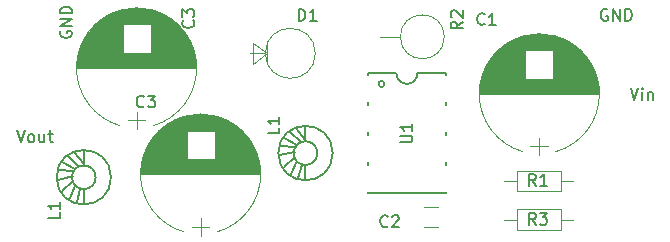
<source format=gbr>
%TF.GenerationSoftware,KiCad,Pcbnew,(6.0.8)*%
%TF.CreationDate,2022-11-19T23:45:32+04:00*%
%TF.ProjectId,MC34063_Buck_Rev3,4d433334-3036-4335-9f42-75636b5f5265,rev?*%
%TF.SameCoordinates,Original*%
%TF.FileFunction,Legend,Top*%
%TF.FilePolarity,Positive*%
%FSLAX46Y46*%
G04 Gerber Fmt 4.6, Leading zero omitted, Abs format (unit mm)*
G04 Created by KiCad (PCBNEW (6.0.8)) date 2022-11-19 23:45:32*
%MOMM*%
%LPD*%
G01*
G04 APERTURE LIST*
%ADD10C,0.150000*%
%ADD11C,0.120000*%
G04 APERTURE END LIST*
D10*
%TO.C,C1*%
X160429913Y-49343582D02*
X160382294Y-49391201D01*
X160239437Y-49438820D01*
X160144199Y-49438820D01*
X160001341Y-49391201D01*
X159906103Y-49295963D01*
X159858484Y-49200725D01*
X159810865Y-49010249D01*
X159810865Y-48867392D01*
X159858484Y-48676916D01*
X159906103Y-48581678D01*
X160001341Y-48486440D01*
X160144199Y-48438820D01*
X160239437Y-48438820D01*
X160382294Y-48486440D01*
X160429913Y-48534059D01*
X161382294Y-49438820D02*
X160810865Y-49438820D01*
X161096580Y-49438820D02*
X161096580Y-48438820D01*
X161001341Y-48581678D01*
X160906103Y-48676916D01*
X160810865Y-48724535D01*
%TO.C,C2*%
X152228253Y-66470802D02*
X152180634Y-66518421D01*
X152037777Y-66566040D01*
X151942539Y-66566040D01*
X151799681Y-66518421D01*
X151704443Y-66423183D01*
X151656824Y-66327945D01*
X151609205Y-66137469D01*
X151609205Y-65994612D01*
X151656824Y-65804136D01*
X151704443Y-65708898D01*
X151799681Y-65613660D01*
X151942539Y-65566040D01*
X152037777Y-65566040D01*
X152180634Y-65613660D01*
X152228253Y-65661279D01*
X152609205Y-65661279D02*
X152656824Y-65613660D01*
X152752062Y-65566040D01*
X152990158Y-65566040D01*
X153085396Y-65613660D01*
X153133015Y-65661279D01*
X153180634Y-65756517D01*
X153180634Y-65851755D01*
X153133015Y-65994612D01*
X152561586Y-66566040D01*
X153180634Y-66566040D01*
%TO.C,C3*%
X131593293Y-56326042D02*
X131545674Y-56373661D01*
X131402817Y-56421280D01*
X131307579Y-56421280D01*
X131164721Y-56373661D01*
X131069483Y-56278423D01*
X131021864Y-56183185D01*
X130974245Y-55992709D01*
X130974245Y-55849852D01*
X131021864Y-55659376D01*
X131069483Y-55564138D01*
X131164721Y-55468900D01*
X131307579Y-55421280D01*
X131402817Y-55421280D01*
X131545674Y-55468900D01*
X131593293Y-55516519D01*
X131926626Y-55421280D02*
X132545674Y-55421280D01*
X132212340Y-55802233D01*
X132355198Y-55802233D01*
X132450436Y-55849852D01*
X132498055Y-55897471D01*
X132545674Y-55992709D01*
X132545674Y-56230804D01*
X132498055Y-56326042D01*
X132450436Y-56373661D01*
X132355198Y-56421280D01*
X132069483Y-56421280D01*
X131974245Y-56373661D01*
X131926626Y-56326042D01*
%TO.C,R1*%
X164750453Y-63058300D02*
X164417120Y-62582110D01*
X164179024Y-63058300D02*
X164179024Y-62058300D01*
X164559977Y-62058300D01*
X164655215Y-62105920D01*
X164702834Y-62153539D01*
X164750453Y-62248777D01*
X164750453Y-62391634D01*
X164702834Y-62486872D01*
X164655215Y-62534491D01*
X164559977Y-62582110D01*
X164179024Y-62582110D01*
X165702834Y-63058300D02*
X165131405Y-63058300D01*
X165417120Y-63058300D02*
X165417120Y-62058300D01*
X165321881Y-62201158D01*
X165226643Y-62296396D01*
X165131405Y-62344015D01*
%TO.C,R3*%
X164750453Y-66352680D02*
X164417120Y-65876490D01*
X164179024Y-66352680D02*
X164179024Y-65352680D01*
X164559977Y-65352680D01*
X164655215Y-65400300D01*
X164702834Y-65447919D01*
X164750453Y-65543157D01*
X164750453Y-65686014D01*
X164702834Y-65781252D01*
X164655215Y-65828871D01*
X164559977Y-65876490D01*
X164179024Y-65876490D01*
X165083786Y-65352680D02*
X165702834Y-65352680D01*
X165369500Y-65733633D01*
X165512358Y-65733633D01*
X165607596Y-65781252D01*
X165655215Y-65828871D01*
X165702834Y-65924109D01*
X165702834Y-66162204D01*
X165655215Y-66257442D01*
X165607596Y-66305061D01*
X165512358Y-66352680D01*
X165226643Y-66352680D01*
X165131405Y-66305061D01*
X165083786Y-66257442D01*
%TO.C,U1*%
X153300180Y-59385104D02*
X154109704Y-59385104D01*
X154204942Y-59337485D01*
X154252561Y-59289866D01*
X154300180Y-59194628D01*
X154300180Y-59004152D01*
X154252561Y-58908914D01*
X154204942Y-58861295D01*
X154109704Y-58813676D01*
X153300180Y-58813676D01*
X154300180Y-57813676D02*
X154300180Y-58385104D01*
X154300180Y-58099390D02*
X153300180Y-58099390D01*
X153443038Y-58194628D01*
X153538276Y-58289866D01*
X153585895Y-58385104D01*
%TO.C,L1*%
X143058140Y-58126926D02*
X143058140Y-58603117D01*
X142058140Y-58603117D01*
X143058140Y-57269783D02*
X143058140Y-57841212D01*
X143058140Y-57555498D02*
X142058140Y-57555498D01*
X142200998Y-57650736D01*
X142296236Y-57745974D01*
X142343855Y-57841212D01*
%TO.C,D1*%
X144687064Y-49093380D02*
X144687064Y-48093380D01*
X144925160Y-48093380D01*
X145068017Y-48141000D01*
X145163255Y-48236238D01*
X145210874Y-48331476D01*
X145258493Y-48521952D01*
X145258493Y-48664809D01*
X145210874Y-48855285D01*
X145163255Y-48950523D01*
X145068017Y-49045761D01*
X144925160Y-49093380D01*
X144687064Y-49093380D01*
X146210874Y-49093380D02*
X145639445Y-49093380D01*
X145925160Y-49093380D02*
X145925160Y-48093380D01*
X145829921Y-48236238D01*
X145734683Y-48331476D01*
X145639445Y-48379095D01*
%TO.C,R2*%
X158562300Y-49153106D02*
X158086110Y-49486440D01*
X158562300Y-49724535D02*
X157562300Y-49724535D01*
X157562300Y-49343582D01*
X157609920Y-49248344D01*
X157657539Y-49200725D01*
X157752777Y-49153106D01*
X157895634Y-49153106D01*
X157990872Y-49200725D01*
X158038491Y-49248344D01*
X158086110Y-49343582D01*
X158086110Y-49724535D01*
X157657539Y-48772154D02*
X157609920Y-48724535D01*
X157562300Y-48629297D01*
X157562300Y-48391201D01*
X157609920Y-48295963D01*
X157657539Y-48248344D01*
X157752777Y-48200725D01*
X157848015Y-48200725D01*
X157990872Y-48248344D01*
X158562300Y-48819773D01*
X158562300Y-48200725D01*
%TO.C,GND*%
X124531500Y-49974404D02*
X124483880Y-50069642D01*
X124483880Y-50212500D01*
X124531500Y-50355357D01*
X124626738Y-50450595D01*
X124721976Y-50498214D01*
X124912452Y-50545833D01*
X125055309Y-50545833D01*
X125245785Y-50498214D01*
X125341023Y-50450595D01*
X125436261Y-50355357D01*
X125483880Y-50212500D01*
X125483880Y-50117261D01*
X125436261Y-49974404D01*
X125388642Y-49926785D01*
X125055309Y-49926785D01*
X125055309Y-50117261D01*
X125483880Y-49498214D02*
X124483880Y-49498214D01*
X125483880Y-48926785D01*
X124483880Y-48926785D01*
X125483880Y-48450595D02*
X124483880Y-48450595D01*
X124483880Y-48212500D01*
X124531500Y-48069642D01*
X124626738Y-47974404D01*
X124721976Y-47926785D01*
X124912452Y-47879166D01*
X125055309Y-47879166D01*
X125245785Y-47926785D01*
X125341023Y-47974404D01*
X125436261Y-48069642D01*
X125483880Y-48212500D01*
X125483880Y-48450595D01*
%TO.C,Vout*%
X120825450Y-58360060D02*
X121158783Y-59360060D01*
X121492117Y-58360060D01*
X121968307Y-59360060D02*
X121873069Y-59312441D01*
X121825450Y-59264822D01*
X121777831Y-59169584D01*
X121777831Y-58883870D01*
X121825450Y-58788632D01*
X121873069Y-58741013D01*
X121968307Y-58693394D01*
X122111164Y-58693394D01*
X122206402Y-58741013D01*
X122254021Y-58788632D01*
X122301640Y-58883870D01*
X122301640Y-59169584D01*
X122254021Y-59264822D01*
X122206402Y-59312441D01*
X122111164Y-59360060D01*
X121968307Y-59360060D01*
X123158783Y-58693394D02*
X123158783Y-59360060D01*
X122730212Y-58693394D02*
X122730212Y-59217203D01*
X122777831Y-59312441D01*
X122873069Y-59360060D01*
X123015926Y-59360060D01*
X123111164Y-59312441D01*
X123158783Y-59264822D01*
X123492117Y-58693394D02*
X123873069Y-58693394D01*
X123634974Y-58360060D02*
X123634974Y-59217203D01*
X123682593Y-59312441D01*
X123777831Y-59360060D01*
X123873069Y-59360060D01*
%TO.C,Vin*%
X172783310Y-54773580D02*
X173116643Y-55773580D01*
X173449977Y-54773580D01*
X173783310Y-55773580D02*
X173783310Y-55106914D01*
X173783310Y-54773580D02*
X173735691Y-54821200D01*
X173783310Y-54868819D01*
X173830929Y-54821200D01*
X173783310Y-54773580D01*
X173783310Y-54868819D01*
X174259500Y-55106914D02*
X174259500Y-55773580D01*
X174259500Y-55202152D02*
X174307120Y-55154533D01*
X174402358Y-55106914D01*
X174545215Y-55106914D01*
X174640453Y-55154533D01*
X174688072Y-55249771D01*
X174688072Y-55773580D01*
%TO.C,GND*%
X170817635Y-48120680D02*
X170722397Y-48073060D01*
X170579540Y-48073060D01*
X170436682Y-48120680D01*
X170341444Y-48215918D01*
X170293825Y-48311156D01*
X170246206Y-48501632D01*
X170246206Y-48644489D01*
X170293825Y-48834965D01*
X170341444Y-48930203D01*
X170436682Y-49025441D01*
X170579540Y-49073060D01*
X170674778Y-49073060D01*
X170817635Y-49025441D01*
X170865254Y-48977822D01*
X170865254Y-48644489D01*
X170674778Y-48644489D01*
X171293825Y-49073060D02*
X171293825Y-48073060D01*
X171865254Y-49073060D01*
X171865254Y-48073060D01*
X172341444Y-49073060D02*
X172341444Y-48073060D01*
X172579540Y-48073060D01*
X172722397Y-48120680D01*
X172817635Y-48215918D01*
X172865254Y-48311156D01*
X172912873Y-48501632D01*
X172912873Y-48644489D01*
X172865254Y-48834965D01*
X172817635Y-48930203D01*
X172722397Y-49025441D01*
X172579540Y-49073060D01*
X172341444Y-49073060D01*
%TO.C,L1*%
X124467880Y-65317666D02*
X124467880Y-65793857D01*
X123467880Y-65793857D01*
X124467880Y-64460523D02*
X124467880Y-65031952D01*
X124467880Y-64746238D02*
X123467880Y-64746238D01*
X123610738Y-64841476D01*
X123705976Y-64936714D01*
X123753595Y-65031952D01*
%TO.C,C3*%
X135739142Y-49061666D02*
X135786761Y-49109285D01*
X135834380Y-49252142D01*
X135834380Y-49347380D01*
X135786761Y-49490238D01*
X135691523Y-49585476D01*
X135596285Y-49633095D01*
X135405809Y-49680714D01*
X135262952Y-49680714D01*
X135072476Y-49633095D01*
X134977238Y-49585476D01*
X134882000Y-49490238D01*
X134834380Y-49347380D01*
X134834380Y-49252142D01*
X134882000Y-49109285D01*
X134929619Y-49061666D01*
X134834380Y-48728333D02*
X134834380Y-48109285D01*
X135215333Y-48442619D01*
X135215333Y-48299761D01*
X135262952Y-48204523D01*
X135310571Y-48156904D01*
X135405809Y-48109285D01*
X135643904Y-48109285D01*
X135739142Y-48156904D01*
X135786761Y-48204523D01*
X135834380Y-48299761D01*
X135834380Y-48585476D01*
X135786761Y-48680714D01*
X135739142Y-48728333D01*
D11*
%TO.C,C1*%
X166245440Y-52111300D02*
X169015440Y-52111300D01*
X161021440Y-52231300D02*
X163883440Y-52231300D01*
X160065440Y-54551300D02*
X170063440Y-54551300D01*
X163410440Y-50471300D02*
X166718440Y-50471300D01*
X166245440Y-52071300D02*
X168983440Y-52071300D01*
X166245440Y-53231300D02*
X169688440Y-53231300D01*
X160801440Y-52551300D02*
X163883440Y-52551300D01*
X166245440Y-53191300D02*
X169670440Y-53191300D01*
X162115440Y-51151300D02*
X168013440Y-51151300D01*
X162687440Y-50791300D02*
X167441440Y-50791300D01*
X161427440Y-51751300D02*
X163883440Y-51751300D01*
X160113440Y-54271300D02*
X170015440Y-54271300D01*
X160021440Y-54992300D02*
X170107440Y-54992300D01*
X161389440Y-51791300D02*
X163883440Y-51791300D01*
X161280440Y-51911300D02*
X163883440Y-51911300D01*
X164151440Y-50271300D02*
X165977440Y-50271300D01*
X160014440Y-55232300D02*
X170114440Y-55232300D01*
X166245440Y-53711300D02*
X169870440Y-53711300D01*
X160934440Y-52351300D02*
X163883440Y-52351300D01*
X161809440Y-51391300D02*
X168319440Y-51391300D01*
X166245440Y-52511300D02*
X169301440Y-52511300D01*
X160059440Y-54592300D02*
X170069440Y-54592300D01*
X166245440Y-52631300D02*
X169376440Y-52631300D01*
X166245440Y-52911300D02*
X169534440Y-52911300D01*
X160077440Y-54471300D02*
X170051440Y-54471300D01*
X160728440Y-52671300D02*
X163883440Y-52671300D01*
X161466440Y-51711300D02*
X163883440Y-51711300D01*
X166245440Y-52391300D02*
X169221440Y-52391300D01*
X160992440Y-52271300D02*
X163883440Y-52271300D01*
X163960440Y-50311300D02*
X166168440Y-50311300D01*
X162007440Y-51231300D02*
X168121440Y-51231300D01*
X166245440Y-51751300D02*
X168701440Y-51751300D01*
X160681440Y-52751300D02*
X163883440Y-52751300D01*
X164314440Y-59722300D02*
X165814440Y-59722300D01*
X160147440Y-54111300D02*
X169981440Y-54111300D01*
X160024440Y-54952300D02*
X170104440Y-54952300D01*
X166245440Y-53031300D02*
X169595440Y-53031300D01*
X166245440Y-53631300D02*
X169843440Y-53631300D01*
X160129440Y-54191300D02*
X169999440Y-54191300D01*
X163528440Y-50431300D02*
X166600440Y-50431300D01*
X160044440Y-54712300D02*
X170084440Y-54712300D01*
X160752440Y-52631300D02*
X163883440Y-52631300D01*
X160704440Y-52711300D02*
X163883440Y-52711300D01*
X160594440Y-52911300D02*
X163883440Y-52911300D01*
X166245440Y-51831300D02*
X168776440Y-51831300D01*
X162924440Y-50671300D02*
X167204440Y-50671300D01*
X161316440Y-51871300D02*
X163883440Y-51871300D01*
X162412440Y-50951300D02*
X167716440Y-50951300D01*
X160573440Y-52951300D02*
X163883440Y-52951300D01*
X161629440Y-51551300D02*
X168499440Y-51551300D01*
X160157440Y-54071300D02*
X169971440Y-54071300D01*
X161673440Y-51511300D02*
X168455440Y-51511300D01*
X166245440Y-51871300D02*
X168812440Y-51871300D01*
X163011440Y-50631300D02*
X167117440Y-50631300D01*
X161082440Y-52151300D02*
X163883440Y-52151300D01*
X166245440Y-51671300D02*
X168623440Y-51671300D01*
X160514440Y-53071300D02*
X163883440Y-53071300D01*
X163301440Y-50511300D02*
X166827440Y-50511300D01*
X160033440Y-54832300D02*
X170095440Y-54832300D01*
X160659440Y-52791300D02*
X163883440Y-52791300D01*
X166245440Y-52991300D02*
X169575440Y-52991300D01*
X166245440Y-52151300D02*
X169046440Y-52151300D01*
X160188440Y-53951300D02*
X163883440Y-53951300D01*
X161587440Y-51591300D02*
X168541440Y-51591300D01*
X166245440Y-52031300D02*
X168950440Y-52031300D01*
X160533440Y-53031300D02*
X163883440Y-53031300D01*
X162060440Y-51191300D02*
X168068440Y-51191300D01*
X166245440Y-51791300D02*
X168739440Y-51791300D01*
X160406440Y-53311300D02*
X163883440Y-53311300D01*
X163657440Y-50391300D02*
X166471440Y-50391300D01*
X160313440Y-53551300D02*
X163883440Y-53551300D01*
X160040440Y-54752300D02*
X170088440Y-54752300D01*
X166245440Y-51951300D02*
X168883440Y-51951300D01*
X160138440Y-54151300D02*
X169990440Y-54151300D01*
X160017440Y-55072300D02*
X170111440Y-55072300D01*
X166245440Y-53591300D02*
X169829440Y-53591300D01*
X166245440Y-53311300D02*
X169722440Y-53311300D01*
X160026440Y-54912300D02*
X170102440Y-54912300D01*
X160210440Y-53871300D02*
X163883440Y-53871300D01*
X166245440Y-52191300D02*
X169077440Y-52191300D01*
X166245440Y-52431300D02*
X169249440Y-52431300D01*
X166245440Y-53551300D02*
X169815440Y-53551300D01*
X160963440Y-52311300D02*
X163883440Y-52311300D01*
X160553440Y-52991300D02*
X163883440Y-52991300D01*
X162842440Y-50711300D02*
X167286440Y-50711300D01*
X160636440Y-52831300D02*
X163883440Y-52831300D01*
X166245440Y-53071300D02*
X169614440Y-53071300D01*
X166245440Y-52871300D02*
X169513440Y-52871300D01*
X161505440Y-51671300D02*
X163883440Y-51671300D01*
X161211440Y-51991300D02*
X163883440Y-51991300D01*
X161906440Y-51311300D02*
X168222440Y-51311300D01*
X166245440Y-52551300D02*
X169327440Y-52551300D01*
X160907440Y-52391300D02*
X163883440Y-52391300D01*
X160016440Y-55112300D02*
X170112440Y-55112300D01*
X160879440Y-52431300D02*
X163883440Y-52431300D01*
X160036440Y-54792300D02*
X170092440Y-54792300D01*
X160097440Y-54351300D02*
X170031440Y-54351300D01*
X160015440Y-55152300D02*
X170113440Y-55152300D01*
X160105440Y-54311300D02*
X170023440Y-54311300D01*
X160090440Y-54391300D02*
X170038440Y-54391300D01*
X166245440Y-52351300D02*
X169194440Y-52351300D01*
X166245440Y-52471300D02*
X169275440Y-52471300D01*
X161717440Y-51471300D02*
X168411440Y-51471300D01*
X166245440Y-53471300D02*
X169786440Y-53471300D01*
X162615440Y-50831300D02*
X167513440Y-50831300D01*
X160615440Y-52871300D02*
X163883440Y-52871300D01*
X160423440Y-53271300D02*
X163883440Y-53271300D01*
X160246440Y-53751300D02*
X163883440Y-53751300D01*
X166245440Y-53271300D02*
X169705440Y-53271300D01*
X166245440Y-52751300D02*
X169447440Y-52751300D01*
X160083440Y-54431300D02*
X170045440Y-54431300D01*
X166245440Y-53831300D02*
X169907440Y-53831300D01*
X162228440Y-51071300D02*
X167900440Y-51071300D01*
X166245440Y-53431300D02*
X169770440Y-53431300D01*
X166245440Y-52951300D02*
X169555440Y-52951300D01*
X161857440Y-51351300D02*
X168271440Y-51351300D01*
X166245440Y-53791300D02*
X169895440Y-53791300D01*
X160827440Y-52511300D02*
X163883440Y-52511300D01*
X160440440Y-53231300D02*
X163883440Y-53231300D01*
X162349440Y-50991300D02*
X167779440Y-50991300D01*
X162287440Y-51031300D02*
X167841440Y-51031300D01*
X160272440Y-53671300D02*
X163883440Y-53671300D01*
X160177440Y-53991300D02*
X169951440Y-53991300D01*
X166245440Y-51711300D02*
X168662440Y-51711300D01*
X160014440Y-55192300D02*
X170114440Y-55192300D01*
X160199440Y-53911300D02*
X163883440Y-53911300D01*
X166245440Y-52591300D02*
X169352440Y-52591300D01*
X160299440Y-53591300D02*
X163883440Y-53591300D01*
X160121440Y-54231300D02*
X170007440Y-54231300D01*
X161352440Y-51831300D02*
X163883440Y-51831300D01*
X166245440Y-53671300D02*
X169856440Y-53671300D01*
X162545440Y-50871300D02*
X167583440Y-50871300D01*
X160776440Y-52591300D02*
X163883440Y-52591300D01*
X166245440Y-53751300D02*
X169882440Y-53751300D01*
X163799440Y-50351300D02*
X166329440Y-50351300D01*
X166245440Y-53871300D02*
X169918440Y-53871300D01*
X166245440Y-53151300D02*
X169652440Y-53151300D01*
X160054440Y-54632300D02*
X170074440Y-54632300D01*
X166245440Y-53351300D02*
X169738440Y-53351300D01*
X164785440Y-50191300D02*
X165343440Y-50191300D01*
X160327440Y-53511300D02*
X163883440Y-53511300D01*
X160853440Y-52471300D02*
X163883440Y-52471300D01*
X166245440Y-53511300D02*
X169801440Y-53511300D01*
X166245440Y-51991300D02*
X168917440Y-51991300D01*
X166245440Y-52231300D02*
X169107440Y-52231300D01*
X161245440Y-51951300D02*
X163883440Y-51951300D01*
X160014440Y-55272300D02*
X170114440Y-55272300D01*
X161178440Y-52031300D02*
X163883440Y-52031300D01*
X166245440Y-52791300D02*
X169469440Y-52791300D01*
X161546440Y-51631300D02*
X163883440Y-51631300D01*
X160458440Y-53191300D02*
X163883440Y-53191300D01*
X160221440Y-53831300D02*
X163883440Y-53831300D01*
X160071440Y-54511300D02*
X170057440Y-54511300D01*
X166245440Y-52271300D02*
X169136440Y-52271300D01*
X162170440Y-51111300D02*
X167958440Y-51111300D01*
X162763440Y-50751300D02*
X167365440Y-50751300D01*
X166245440Y-51631300D02*
X168582440Y-51631300D01*
X160029440Y-54872300D02*
X170099440Y-54872300D01*
X160390440Y-53351300D02*
X163883440Y-53351300D01*
X161113440Y-52111300D02*
X163883440Y-52111300D01*
X160495440Y-53111300D02*
X163883440Y-53111300D01*
X160358440Y-53431300D02*
X163883440Y-53431300D01*
X166245440Y-53951300D02*
X169940440Y-53951300D01*
X166245440Y-52831300D02*
X169492440Y-52831300D01*
X163198440Y-50551300D02*
X166930440Y-50551300D01*
X166245440Y-51911300D02*
X168848440Y-51911300D01*
X166245440Y-52311300D02*
X169165440Y-52311300D01*
X160373440Y-53391300D02*
X163883440Y-53391300D01*
X166245440Y-53111300D02*
X169633440Y-53111300D01*
X160258440Y-53711300D02*
X163883440Y-53711300D01*
X166245440Y-52711300D02*
X169424440Y-52711300D01*
X160285440Y-53631300D02*
X163883440Y-53631300D01*
X166245440Y-53911300D02*
X169929440Y-53911300D01*
X160342440Y-53471300D02*
X163883440Y-53471300D01*
X161762440Y-51431300D02*
X168366440Y-51431300D01*
X161145440Y-52071300D02*
X163883440Y-52071300D01*
X160476440Y-53151300D02*
X163883440Y-53151300D01*
X160049440Y-54672300D02*
X170079440Y-54672300D01*
X160167440Y-54031300D02*
X169961440Y-54031300D01*
X163102440Y-50591300D02*
X167026440Y-50591300D01*
X162477440Y-50911300D02*
X167651440Y-50911300D01*
X166245440Y-52671300D02*
X169400440Y-52671300D01*
X166245440Y-53391300D02*
X169755440Y-53391300D01*
X160233440Y-53791300D02*
X163883440Y-53791300D01*
X161956440Y-51271300D02*
X168172440Y-51271300D01*
X164392440Y-50231300D02*
X165736440Y-50231300D01*
X161051440Y-52191300D02*
X163883440Y-52191300D01*
X160019440Y-55032300D02*
X170109440Y-55032300D01*
X165064440Y-60472300D02*
X165064440Y-58972300D01*
X166447704Y-50373863D02*
G75*
G03*
X163684440Y-50372943I-1383264J-4898437D01*
G01*
X163681176Y-50373863D02*
G75*
G03*
X163684440Y-60171657I1383264J-4898437D01*
G01*
X166444440Y-60171657D02*
G75*
G03*
X166447704Y-50373863I-1380000J4899357D01*
G01*
%TO.C,C2*%
X155272800Y-66583500D02*
X156446800Y-66583500D01*
X155272800Y-64861500D02*
X156446800Y-64861500D01*
%TO.C,C3*%
X131447760Y-60985800D02*
X141317760Y-60985800D01*
X137563760Y-59825800D02*
X140913760Y-59825800D01*
X133274760Y-58065800D02*
X139490760Y-58065800D01*
X131423760Y-61105800D02*
X141341760Y-61105800D01*
X131456760Y-60945800D02*
X141308760Y-60945800D01*
X134728760Y-57265800D02*
X138036760Y-57265800D01*
X137563760Y-59185800D02*
X140539760Y-59185800D01*
X137563760Y-60705800D02*
X141247760Y-60705800D01*
X131912760Y-59705800D02*
X135201760Y-59705800D01*
X131660760Y-60265800D02*
X135201760Y-60265800D01*
X132339760Y-59025800D02*
X135201760Y-59025800D01*
X132119760Y-59345800D02*
X135201760Y-59345800D01*
X133933760Y-57625800D02*
X138831760Y-57625800D01*
X131776760Y-59985800D02*
X135201760Y-59985800D01*
X137563760Y-58905800D02*
X140333760Y-58905800D01*
X132598760Y-58705800D02*
X135201760Y-58705800D01*
X132670760Y-58625800D02*
X135201760Y-58625800D01*
X137563760Y-59905800D02*
X140951760Y-59905800D01*
X133863760Y-57665800D02*
X138901760Y-57665800D01*
X137563760Y-59465800D02*
X140718760Y-59465800D01*
X137563760Y-60025800D02*
X141006760Y-60025800D01*
X133175760Y-58145800D02*
X139589760Y-58145800D01*
X134846760Y-57225800D02*
X137918760Y-57225800D01*
X135632760Y-66516800D02*
X137132760Y-66516800D01*
X133433760Y-57945800D02*
X139331760Y-57945800D01*
X131954760Y-59625800D02*
X135201760Y-59625800D01*
X133378760Y-57985800D02*
X139386760Y-57985800D01*
X137563760Y-60585800D02*
X141213760Y-60585800D01*
X131758760Y-60025800D02*
X135201760Y-60025800D01*
X137563760Y-58505800D02*
X139980760Y-58505800D01*
X137563760Y-60105800D02*
X141040760Y-60105800D01*
X137563760Y-59625800D02*
X140810760Y-59625800D01*
X131794760Y-59945800D02*
X135201760Y-59945800D01*
X137563760Y-59585800D02*
X140787760Y-59585800D01*
X131851760Y-59825800D02*
X135201760Y-59825800D01*
X137563760Y-59345800D02*
X140645760Y-59345800D01*
X131354760Y-61586800D02*
X141410760Y-61586800D01*
X131617760Y-60385800D02*
X135201760Y-60385800D01*
X132431760Y-58905800D02*
X135201760Y-58905800D01*
X137563760Y-58945800D02*
X140364760Y-58945800D01*
X131551760Y-60585800D02*
X135201760Y-60585800D01*
X133795760Y-57705800D02*
X138969760Y-57705800D01*
X132070760Y-59425800D02*
X135201760Y-59425800D01*
X131871760Y-59785800D02*
X135201760Y-59785800D01*
X132784760Y-58505800D02*
X135201760Y-58505800D01*
X131506760Y-60745800D02*
X135201760Y-60745800D01*
X131603760Y-60425800D02*
X135201760Y-60425800D01*
X135117760Y-57145800D02*
X137647760Y-57145800D01*
X134619760Y-57305800D02*
X138145760Y-57305800D01*
X131344760Y-61706800D02*
X141420760Y-61706800D01*
X132707760Y-58585800D02*
X135201760Y-58585800D01*
X137563760Y-60185800D02*
X141073760Y-60185800D01*
X133325760Y-58025800D02*
X139439760Y-58025800D01*
X135710760Y-57025800D02*
X137054760Y-57025800D01*
X137563760Y-58705800D02*
X140166760Y-58705800D01*
X132022760Y-59505800D02*
X135201760Y-59505800D01*
X134242760Y-57465800D02*
X138522760Y-57465800D01*
X131367760Y-61466800D02*
X141397760Y-61466800D01*
X131539760Y-60625800D02*
X135201760Y-60625800D01*
X131691760Y-60185800D02*
X135201760Y-60185800D01*
X134005760Y-57585800D02*
X138759760Y-57585800D01*
X133546760Y-57865800D02*
X139218760Y-57865800D01*
X131590760Y-60465800D02*
X135201760Y-60465800D01*
X131339760Y-61786800D02*
X141425760Y-61786800D01*
X135469760Y-57065800D02*
X137295760Y-57065800D01*
X137563760Y-59025800D02*
X140425760Y-59025800D01*
X137563760Y-59665800D02*
X140831760Y-59665800D01*
X131372760Y-61426800D02*
X141392760Y-61426800D01*
X131741760Y-60065800D02*
X135201760Y-60065800D01*
X131335760Y-61866800D02*
X141429760Y-61866800D01*
X137563760Y-60505800D02*
X141188760Y-60505800D01*
X131465760Y-60905800D02*
X141299760Y-60905800D01*
X132905760Y-58385800D02*
X139859760Y-58385800D01*
X134420760Y-57385800D02*
X138344760Y-57385800D01*
X137563760Y-58745800D02*
X140201760Y-58745800D01*
X131933760Y-59665800D02*
X135201760Y-59665800D01*
X136103760Y-56985800D02*
X136661760Y-56985800D01*
X137563760Y-58545800D02*
X140019760Y-58545800D01*
X132225760Y-59185800D02*
X135201760Y-59185800D01*
X131564760Y-60545800D02*
X135201760Y-60545800D01*
X137563760Y-60745800D02*
X141258760Y-60745800D01*
X136382760Y-67266800D02*
X136382760Y-65766800D01*
X137563760Y-59145800D02*
X140512760Y-59145800D01*
X131431760Y-61065800D02*
X141333760Y-61065800D01*
X133080760Y-58225800D02*
X139684760Y-58225800D01*
X137563760Y-59945800D02*
X140970760Y-59945800D01*
X132563760Y-58745800D02*
X135201760Y-58745800D01*
X134329760Y-57425800D02*
X138435760Y-57425800D01*
X132947760Y-58345800D02*
X139817760Y-58345800D01*
X131333760Y-61946800D02*
X141431760Y-61946800D01*
X131999760Y-59545800D02*
X135201760Y-59545800D01*
X131439760Y-61025800D02*
X141325760Y-61025800D01*
X137563760Y-60145800D02*
X141056760Y-60145800D01*
X131358760Y-61546800D02*
X141406760Y-61546800D01*
X132496760Y-58825800D02*
X135201760Y-58825800D01*
X133605760Y-57825800D02*
X139159760Y-57825800D01*
X133667760Y-57785800D02*
X139097760Y-57785800D01*
X137563760Y-60465800D02*
X141174760Y-60465800D01*
X131813760Y-59905800D02*
X135201760Y-59905800D01*
X131401760Y-61225800D02*
X141363760Y-61225800D01*
X133127760Y-58185800D02*
X139637760Y-58185800D01*
X137563760Y-58825800D02*
X140268760Y-58825800D01*
X131645760Y-60305800D02*
X135201760Y-60305800D01*
X137563760Y-59265800D02*
X140593760Y-59265800D01*
X137563760Y-59985800D02*
X140988760Y-59985800D01*
X132864760Y-58425800D02*
X135201760Y-58425800D01*
X137563760Y-60425800D02*
X141161760Y-60425800D01*
X137563760Y-58665800D02*
X140130760Y-58665800D01*
X132823760Y-58465800D02*
X135201760Y-58465800D01*
X131351760Y-61626800D02*
X141413760Y-61626800D01*
X131408760Y-61185800D02*
X141356760Y-61185800D01*
X137563760Y-60305800D02*
X141119760Y-60305800D01*
X132991760Y-58305800D02*
X139773760Y-58305800D01*
X137563760Y-60625800D02*
X141225760Y-60625800D01*
X132310760Y-59065800D02*
X135201760Y-59065800D01*
X131631760Y-60345800D02*
X135201760Y-60345800D01*
X131485760Y-60825800D02*
X141279760Y-60825800D01*
X132171760Y-59265800D02*
X135201760Y-59265800D01*
X132252760Y-59145800D02*
X135201760Y-59145800D01*
X135278760Y-57105800D02*
X137486760Y-57105800D01*
X133730760Y-57745800D02*
X139034760Y-57745800D01*
X131334760Y-61906800D02*
X141430760Y-61906800D01*
X134160760Y-57505800D02*
X138604760Y-57505800D01*
X131495760Y-60785800D02*
X141269760Y-60785800D01*
X132745760Y-58545800D02*
X135201760Y-58545800D01*
X137563760Y-58625800D02*
X140094760Y-58625800D01*
X132634760Y-58665800D02*
X135201760Y-58665800D01*
X134975760Y-57185800D02*
X137789760Y-57185800D01*
X131362760Y-61506800D02*
X141402760Y-61506800D01*
X132046760Y-59465800D02*
X135201760Y-59465800D01*
X131415760Y-61145800D02*
X141349760Y-61145800D01*
X131576760Y-60505800D02*
X135201760Y-60505800D01*
X137563760Y-58985800D02*
X140395760Y-58985800D01*
X132463760Y-58865800D02*
X135201760Y-58865800D01*
X131342760Y-61746800D02*
X141422760Y-61746800D01*
X137563760Y-60225800D02*
X141088760Y-60225800D01*
X137563760Y-59425800D02*
X140694760Y-59425800D01*
X137563760Y-60665800D02*
X141236760Y-60665800D01*
X137563760Y-58585800D02*
X140057760Y-58585800D01*
X137563760Y-59385800D02*
X140670760Y-59385800D01*
X131708760Y-60145800D02*
X135201760Y-60145800D01*
X132145760Y-59305800D02*
X135201760Y-59305800D01*
X132197760Y-59225800D02*
X135201760Y-59225800D01*
X131977760Y-59585800D02*
X135201760Y-59585800D01*
X132529760Y-58785800D02*
X135201760Y-58785800D01*
X137563760Y-58425800D02*
X139900760Y-58425800D01*
X131347760Y-61666800D02*
X141417760Y-61666800D01*
X131377760Y-61386800D02*
X141387760Y-61386800D01*
X132281760Y-59105800D02*
X135201760Y-59105800D01*
X131332760Y-62026800D02*
X141432760Y-62026800D01*
X137563760Y-59785800D02*
X140893760Y-59785800D01*
X133488760Y-57905800D02*
X139276760Y-57905800D01*
X137563760Y-59745800D02*
X140873760Y-59745800D01*
X132369760Y-58985800D02*
X135201760Y-58985800D01*
X131517760Y-60705800D02*
X135201760Y-60705800D01*
X137563760Y-58865800D02*
X140301760Y-58865800D01*
X131891760Y-59745800D02*
X135201760Y-59745800D01*
X133035760Y-58265800D02*
X139729760Y-58265800D01*
X132094760Y-59385800D02*
X135201760Y-59385800D01*
X131676760Y-60225800D02*
X135201760Y-60225800D01*
X137563760Y-59065800D02*
X140454760Y-59065800D01*
X137563760Y-59705800D02*
X140852760Y-59705800D01*
X137563760Y-59505800D02*
X140742760Y-59505800D01*
X131832760Y-59865800D02*
X135201760Y-59865800D01*
X134081760Y-57545800D02*
X138683760Y-57545800D01*
X137563760Y-59105800D02*
X140483760Y-59105800D01*
X131724760Y-60105800D02*
X135201760Y-60105800D01*
X137563760Y-60065800D02*
X141023760Y-60065800D01*
X131475760Y-60865800D02*
X141289760Y-60865800D01*
X131332760Y-61986800D02*
X141432760Y-61986800D01*
X133224760Y-58105800D02*
X139540760Y-58105800D01*
X137563760Y-60545800D02*
X141200760Y-60545800D01*
X131389760Y-61305800D02*
X141375760Y-61305800D01*
X131337760Y-61826800D02*
X141427760Y-61826800D01*
X131528760Y-60665800D02*
X135201760Y-60665800D01*
X137563760Y-59865800D02*
X140932760Y-59865800D01*
X137563760Y-58465800D02*
X139941760Y-58465800D01*
X131332760Y-62066800D02*
X141432760Y-62066800D01*
X131383760Y-61345800D02*
X141381760Y-61345800D01*
X134516760Y-57345800D02*
X138248760Y-57345800D01*
X137563760Y-60385800D02*
X141147760Y-60385800D01*
X137563760Y-60265800D02*
X141104760Y-60265800D01*
X137563760Y-60345800D02*
X141133760Y-60345800D01*
X137563760Y-59225800D02*
X140567760Y-59225800D01*
X132400760Y-58945800D02*
X135201760Y-58945800D01*
X131395760Y-61265800D02*
X141369760Y-61265800D01*
X137563760Y-59545800D02*
X140765760Y-59545800D01*
X137563760Y-59305800D02*
X140619760Y-59305800D01*
X137563760Y-58785800D02*
X140235760Y-58785800D01*
X137762760Y-66966157D02*
G75*
G03*
X137766024Y-57168363I-1380000J4899357D01*
G01*
X134999496Y-57168363D02*
G75*
G03*
X135002760Y-66966157I1383264J-4898437D01*
G01*
X137766024Y-57168363D02*
G75*
G03*
X135002760Y-57167443I-1383264J-4898437D01*
G01*
%TO.C,R1*%
X167953800Y-62623700D02*
X166883800Y-62623700D01*
X163163800Y-63483700D02*
X166883800Y-63483700D01*
X166883800Y-63483700D02*
X166883800Y-61763700D01*
X166883800Y-61763700D02*
X163163800Y-61763700D01*
X162093800Y-62623700D02*
X163163800Y-62623700D01*
X163163800Y-61763700D02*
X163163800Y-63483700D01*
%TO.C,R3*%
X166871100Y-65053000D02*
X163151100Y-65053000D01*
X162081100Y-65913000D02*
X163151100Y-65913000D01*
X166871100Y-66773000D02*
X166871100Y-65053000D01*
X163151100Y-66773000D02*
X166871100Y-66773000D01*
X163151100Y-65053000D02*
X163151100Y-66773000D01*
X167941100Y-65913000D02*
X166871100Y-65913000D01*
D10*
%TO.C,U1*%
X150545800Y-53543200D02*
X150545800Y-53670200D01*
X157149800Y-61036200D02*
X157149800Y-61290200D01*
X157149800Y-63703200D02*
X157149800Y-63576200D01*
X150545800Y-61036200D02*
X150545800Y-61290200D01*
X157149800Y-55956200D02*
X157149800Y-56210200D01*
X150545800Y-63703200D02*
X150545800Y-63576200D01*
X150545800Y-63703200D02*
X157149800Y-63703200D01*
X150545800Y-58496200D02*
X150545800Y-58750200D01*
X150545800Y-55956200D02*
X150545800Y-56210200D01*
X152958800Y-53543200D02*
X150545800Y-53543200D01*
X157149800Y-53543200D02*
X157149800Y-53670200D01*
X157149800Y-58496200D02*
X157149800Y-58750200D01*
X154736800Y-53543200D02*
X157149800Y-53543200D01*
X153847800Y-54432200D02*
G75*
G03*
X154736800Y-53543200I0J889000D01*
G01*
X152958800Y-53543200D02*
G75*
G03*
X153847800Y-54432200I889000J0D01*
G01*
X151942800Y-54432200D02*
G75*
G03*
X151942800Y-54432200I-254000J0D01*
G01*
%TO.C,L1*%
X144962880Y-61290200D02*
X144663160Y-62390020D01*
X144363440Y-60589160D02*
X143461740Y-61488320D01*
X144863820Y-59390280D02*
X143962120Y-58488580D01*
X144561560Y-60990480D02*
X144063720Y-62090300D01*
X145262600Y-61290200D02*
X145262600Y-62489080D01*
X145262600Y-57988200D02*
X145262600Y-59189620D01*
X144561560Y-59588400D02*
X143461740Y-58988960D01*
X144363440Y-60190380D02*
X143062960Y-60490100D01*
X144462500Y-59789060D02*
X143162020Y-59690000D01*
X145262600Y-59189620D02*
X144462500Y-58188860D01*
X146263360Y-60289440D02*
G75*
G03*
X146263360Y-60289440I-1000760J0D01*
G01*
X147563840Y-60289440D02*
G75*
G03*
X147563840Y-60289440I-2301240J0D01*
G01*
D11*
%TO.C,D1*%
X141862461Y-51841400D02*
X140597360Y-51841400D01*
X142030027Y-52730400D02*
X142030027Y-50952400D01*
X140844693Y-50952400D02*
X142030027Y-51841400D01*
X142030027Y-51841400D02*
X140844693Y-52730400D01*
X140844693Y-52730400D02*
X140844693Y-50952400D01*
X146092259Y-51841400D02*
G75*
G03*
X146092259Y-51841400I-2114899J0D01*
G01*
%TO.C,R2*%
X153295900Y-50444400D02*
X151575900Y-50444400D01*
X157015900Y-50444400D02*
G75*
G03*
X157015900Y-50444400I-1860000J0D01*
G01*
D10*
%TO.C,L1*%
X126492000Y-61231780D02*
X125691900Y-60231020D01*
X126192280Y-63332360D02*
X125892560Y-64432180D01*
X126492000Y-63332360D02*
X126492000Y-64531240D01*
X126492000Y-60030360D02*
X126492000Y-61231780D01*
X126093220Y-61432440D02*
X125191520Y-60530740D01*
X125592840Y-62232540D02*
X124292360Y-62532260D01*
X125790960Y-61630560D02*
X124691140Y-61031120D01*
X125691900Y-61831220D02*
X124391420Y-61732160D01*
X125592840Y-62631320D02*
X124691140Y-63530480D01*
X125790960Y-63032640D02*
X125293120Y-64132460D01*
X127492760Y-62331600D02*
G75*
G03*
X127492760Y-62331600I-1000760J0D01*
G01*
X128793240Y-62331600D02*
G75*
G03*
X128793240Y-62331600I-2301240J0D01*
G01*
D11*
%TO.C,C3*%
X125917400Y-52835200D02*
X136007400Y-52835200D01*
X132143400Y-50754200D02*
X135453400Y-50754200D01*
X126626400Y-50474200D02*
X129781400Y-50474200D01*
X125927400Y-52675200D02*
X135997400Y-52675200D01*
X132143400Y-50714200D02*
X135432400Y-50714200D01*
X132143400Y-49474200D02*
X134521400Y-49474200D01*
X132143400Y-51074200D02*
X135603400Y-51074200D01*
X126513400Y-50674200D02*
X129781400Y-50674200D01*
X126211400Y-51354200D02*
X129781400Y-51354200D01*
X132143400Y-50194200D02*
X135119400Y-50194200D01*
X129858400Y-48114200D02*
X132066400Y-48114200D01*
X126674400Y-50394200D02*
X129781400Y-50394200D01*
X128443400Y-48674200D02*
X133481400Y-48674200D01*
X132143400Y-50994200D02*
X135568400Y-50994200D01*
X127615400Y-49274200D02*
X134309400Y-49274200D01*
X132143400Y-49514200D02*
X134560400Y-49514200D01*
X132143400Y-49434200D02*
X134480400Y-49434200D01*
X132143400Y-51194200D02*
X135653400Y-51194200D01*
X132143400Y-51714200D02*
X135827400Y-51714200D01*
X132143400Y-50954200D02*
X135550400Y-50954200D01*
X126534400Y-50634200D02*
X129781400Y-50634200D01*
X126304400Y-51114200D02*
X129781400Y-51114200D01*
X129096400Y-48354200D02*
X132828400Y-48354200D01*
X132143400Y-50314200D02*
X135199400Y-50314200D01*
X126170400Y-51474200D02*
X129781400Y-51474200D01*
X127178400Y-49714200D02*
X129781400Y-49714200D01*
X132143400Y-50594200D02*
X135367400Y-50594200D01*
X126019400Y-52034200D02*
X135905400Y-52034200D01*
X132143400Y-51634200D02*
X135805400Y-51634200D01*
X127143400Y-49754200D02*
X129781400Y-49754200D01*
X126183400Y-51434200D02*
X129781400Y-51434200D01*
X129555400Y-48194200D02*
X132369400Y-48194200D01*
X128661400Y-48554200D02*
X133263400Y-48554200D01*
X127444400Y-49434200D02*
X129781400Y-49434200D01*
X126412400Y-50874200D02*
X129781400Y-50874200D01*
X132143400Y-50434200D02*
X135274400Y-50434200D01*
X132143400Y-50354200D02*
X135225400Y-50354200D01*
X126256400Y-51234200D02*
X129781400Y-51234200D01*
X126832400Y-50154200D02*
X129781400Y-50154200D01*
X127043400Y-49874200D02*
X129781400Y-49874200D01*
X126777400Y-50234200D02*
X129781400Y-50234200D01*
X126055400Y-51874200D02*
X135869400Y-51874200D01*
X127364400Y-49514200D02*
X129781400Y-49514200D01*
X125913400Y-52955200D02*
X136011400Y-52955200D01*
X126431400Y-50834200D02*
X129781400Y-50834200D01*
X126075400Y-51794200D02*
X135849400Y-51794200D01*
X126197400Y-51394200D02*
X129781400Y-51394200D01*
X125915400Y-52875200D02*
X136009400Y-52875200D01*
X126086400Y-51754200D02*
X129781400Y-51754200D01*
X129000400Y-48394200D02*
X132924400Y-48394200D01*
X126725400Y-50314200D02*
X129781400Y-50314200D01*
X130049400Y-48074200D02*
X131875400Y-48074200D01*
X126602400Y-50514200D02*
X129781400Y-50514200D01*
X126471400Y-50754200D02*
X129781400Y-50754200D01*
X126805400Y-50194200D02*
X129781400Y-50194200D01*
X127804400Y-49114200D02*
X134120400Y-49114200D01*
X126036400Y-51954200D02*
X135888400Y-51954200D01*
X127287400Y-49594200D02*
X129781400Y-49594200D01*
X125963400Y-52354200D02*
X135961400Y-52354200D01*
X125995400Y-52154200D02*
X135929400Y-52154200D01*
X132143400Y-49834200D02*
X134848400Y-49834200D01*
X127660400Y-49234200D02*
X134264400Y-49234200D01*
X125981400Y-52234200D02*
X135943400Y-52234200D01*
X126699400Y-50354200D02*
X129781400Y-50354200D01*
X132143400Y-49594200D02*
X134637400Y-49594200D01*
X132143400Y-51514200D02*
X135768400Y-51514200D01*
X125988400Y-52194200D02*
X135936400Y-52194200D01*
X125922400Y-52755200D02*
X136002400Y-52755200D01*
X127755400Y-49154200D02*
X134169400Y-49154200D01*
X128375400Y-48714200D02*
X133549400Y-48714200D01*
X130962400Y-58275200D02*
X130962400Y-56775200D01*
X127958400Y-48994200D02*
X133966400Y-48994200D01*
X132143400Y-50274200D02*
X135173400Y-50274200D01*
X125919400Y-52795200D02*
X136005400Y-52795200D01*
X126393400Y-50914200D02*
X129781400Y-50914200D01*
X129426400Y-48234200D02*
X132498400Y-48234200D01*
X132143400Y-50074200D02*
X135034400Y-50074200D01*
X127325400Y-49554200D02*
X129781400Y-49554200D01*
X126240400Y-51274200D02*
X129781400Y-51274200D01*
X128068400Y-48914200D02*
X133856400Y-48914200D01*
X132143400Y-50474200D02*
X135298400Y-50474200D01*
X126119400Y-51634200D02*
X129781400Y-51634200D01*
X125934400Y-52595200D02*
X135990400Y-52595200D01*
X132143400Y-50834200D02*
X135493400Y-50834200D01*
X132143400Y-50554200D02*
X135345400Y-50554200D01*
X132143400Y-51554200D02*
X135780400Y-51554200D01*
X132143400Y-51434200D02*
X135741400Y-51434200D01*
X132143400Y-50034200D02*
X135005400Y-50034200D01*
X132143400Y-50154200D02*
X135092400Y-50154200D01*
X127571400Y-49314200D02*
X134353400Y-49314200D01*
X127250400Y-49634200D02*
X129781400Y-49634200D01*
X132143400Y-49794200D02*
X134815400Y-49794200D01*
X125914400Y-52915200D02*
X136010400Y-52915200D01*
X132143400Y-51594200D02*
X135793400Y-51594200D01*
X128185400Y-48834200D02*
X133739400Y-48834200D01*
X128740400Y-48514200D02*
X133184400Y-48514200D01*
X126356400Y-50994200D02*
X129781400Y-50994200D01*
X128247400Y-48794200D02*
X133677400Y-48794200D01*
X129697400Y-48154200D02*
X132227400Y-48154200D01*
X132143400Y-50674200D02*
X135411400Y-50674200D01*
X132143400Y-49874200D02*
X134881400Y-49874200D01*
X132143400Y-50514200D02*
X135322400Y-50514200D01*
X126890400Y-50074200D02*
X129781400Y-50074200D01*
X125957400Y-52395200D02*
X135967400Y-52395200D01*
X127527400Y-49354200D02*
X134397400Y-49354200D01*
X126579400Y-50554200D02*
X129781400Y-50554200D01*
X126980400Y-49954200D02*
X129781400Y-49954200D01*
X125912400Y-53075200D02*
X136012400Y-53075200D01*
X132143400Y-49674200D02*
X134710400Y-49674200D01*
X125942400Y-52515200D02*
X135982400Y-52515200D01*
X126097400Y-51714200D02*
X129781400Y-51714200D01*
X132143400Y-51274200D02*
X135684400Y-51274200D01*
X128513400Y-48634200D02*
X133411400Y-48634200D01*
X127011400Y-49914200D02*
X129781400Y-49914200D01*
X126919400Y-50034200D02*
X129781400Y-50034200D01*
X128585400Y-48594200D02*
X133339400Y-48594200D01*
X126144400Y-51554200D02*
X129781400Y-51554200D01*
X129308400Y-48274200D02*
X132616400Y-48274200D01*
X126003400Y-52114200D02*
X135921400Y-52114200D01*
X132143400Y-49754200D02*
X134781400Y-49754200D01*
X132143400Y-51354200D02*
X135713400Y-51354200D01*
X127905400Y-49034200D02*
X134019400Y-49034200D01*
X130683400Y-47994200D02*
X131241400Y-47994200D01*
X128013400Y-48954200D02*
X133911400Y-48954200D01*
X126321400Y-51074200D02*
X129781400Y-51074200D01*
X126045400Y-51914200D02*
X135879400Y-51914200D01*
X132143400Y-49994200D02*
X134975400Y-49994200D01*
X132143400Y-50794200D02*
X135473400Y-50794200D01*
X127485400Y-49394200D02*
X134439400Y-49394200D01*
X125912400Y-53035200D02*
X136012400Y-53035200D01*
X126065400Y-51834200D02*
X135859400Y-51834200D01*
X126225400Y-51314200D02*
X129781400Y-51314200D01*
X126949400Y-49994200D02*
X129781400Y-49994200D01*
X132143400Y-51394200D02*
X135727400Y-51394200D01*
X125912400Y-52995200D02*
X136012400Y-52995200D01*
X132143400Y-50234200D02*
X135147400Y-50234200D01*
X132143400Y-51154200D02*
X135636400Y-51154200D01*
X126156400Y-51514200D02*
X129781400Y-51514200D01*
X132143400Y-49914200D02*
X134913400Y-49914200D01*
X132143400Y-51754200D02*
X135838400Y-51754200D01*
X126557400Y-50594200D02*
X129781400Y-50594200D01*
X126271400Y-51194200D02*
X129781400Y-51194200D01*
X127109400Y-49794200D02*
X129781400Y-49794200D01*
X127214400Y-49674200D02*
X129781400Y-49674200D01*
X128822400Y-48474200D02*
X133102400Y-48474200D01*
X132143400Y-51114200D02*
X135620400Y-51114200D01*
X132143400Y-51034200D02*
X135586400Y-51034200D01*
X125947400Y-52475200D02*
X135977400Y-52475200D01*
X132143400Y-50874200D02*
X135512400Y-50874200D01*
X130290400Y-48034200D02*
X131634400Y-48034200D01*
X132143400Y-50634200D02*
X135390400Y-50634200D01*
X126131400Y-51594200D02*
X129781400Y-51594200D01*
X126861400Y-50114200D02*
X129781400Y-50114200D01*
X127076400Y-49834200D02*
X129781400Y-49834200D01*
X125924400Y-52715200D02*
X136000400Y-52715200D01*
X126492400Y-50714200D02*
X129781400Y-50714200D01*
X132143400Y-49954200D02*
X134944400Y-49954200D01*
X127854400Y-49074200D02*
X134070400Y-49074200D01*
X125952400Y-52435200D02*
X135972400Y-52435200D01*
X126451400Y-50794200D02*
X129781400Y-50794200D01*
X125931400Y-52635200D02*
X135993400Y-52635200D01*
X132143400Y-51314200D02*
X135699400Y-51314200D01*
X128126400Y-48874200D02*
X133798400Y-48874200D01*
X129199400Y-48314200D02*
X132725400Y-48314200D01*
X128310400Y-48754200D02*
X133614400Y-48754200D01*
X126011400Y-52074200D02*
X135913400Y-52074200D01*
X132143400Y-51674200D02*
X135816400Y-51674200D01*
X132143400Y-50914200D02*
X135531400Y-50914200D01*
X130212400Y-57525200D02*
X131712400Y-57525200D01*
X132143400Y-51234200D02*
X135668400Y-51234200D01*
X132143400Y-49634200D02*
X134674400Y-49634200D01*
X127707400Y-49194200D02*
X134217400Y-49194200D01*
X126027400Y-51994200D02*
X135897400Y-51994200D01*
X126108400Y-51674200D02*
X129781400Y-51674200D01*
X125975400Y-52274200D02*
X135949400Y-52274200D01*
X125938400Y-52555200D02*
X135986400Y-52555200D01*
X127403400Y-49474200D02*
X129781400Y-49474200D01*
X132143400Y-50394200D02*
X135250400Y-50394200D01*
X132143400Y-49714200D02*
X134746400Y-49714200D01*
X132143400Y-50114200D02*
X135063400Y-50114200D01*
X126751400Y-50274200D02*
X129781400Y-50274200D01*
X126374400Y-50954200D02*
X129781400Y-50954200D01*
X126288400Y-51154200D02*
X129781400Y-51154200D01*
X132143400Y-49554200D02*
X134599400Y-49554200D01*
X132143400Y-51474200D02*
X135754400Y-51474200D01*
X125969400Y-52314200D02*
X135955400Y-52314200D01*
X126650400Y-50434200D02*
X129781400Y-50434200D01*
X128909400Y-48434200D02*
X133015400Y-48434200D01*
X126338400Y-51034200D02*
X129781400Y-51034200D01*
X132342400Y-57974557D02*
G75*
G03*
X132345664Y-48176763I-1380000J4899357D01*
G01*
X129579136Y-48176763D02*
G75*
G03*
X129582400Y-57974557I1383264J-4898437D01*
G01*
X132345664Y-48176763D02*
G75*
G03*
X129582400Y-48175843I-1383264J-4898437D01*
G01*
%TD*%
M02*

</source>
